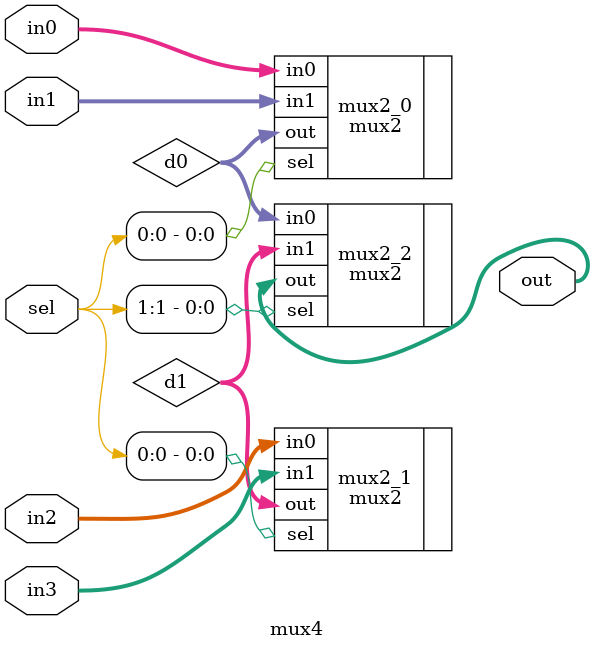
<source format=sv>
module mux4 #(parameter WIDTH=32)
(
    input logic [1:0] sel,
    input logic [WIDTH-1:0] in0,
    input logic [WIDTH-1:0] in1,
    input logic [WIDTH-1:0] in2,
    input logic [WIDTH-1:0] in3,
    output logic [WIDTH-1:0] out
);

logic [WIDTH-1:0] d0, d1;

mux2 #(
    .WIDTH(WIDTH)
) mux2_0 (
    .sel(sel[0]),
    .in0(in0),
    .in1(in1),
    .out(d0)
);

mux2 #(
    .WIDTH(WIDTH)
) mux2_1 (
    .sel(sel[0]),
    .in0(in2),
    .in1(in3),
    .out(d1)
);

mux2 #(
    .WIDTH(WIDTH)
) mux2_2 (
    .sel(sel[1]),
    .in0(d0),
    .in1(d1),
    .out(out)
);

endmodule
</source>
